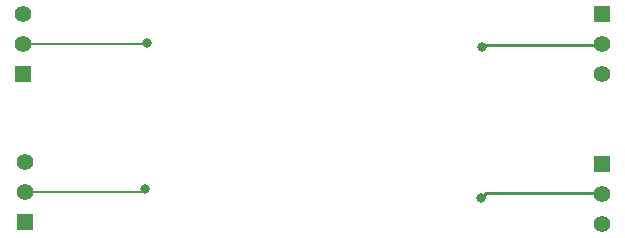
<source format=gbr>
%TF.GenerationSoftware,KiCad,Pcbnew,(6.0.8-1)-1*%
%TF.CreationDate,2023-06-07T12:03:49-04:00*%
%TF.ProjectId,Ecal2.5x2.5cm,4563616c-322e-4357-9832-2e35636d2e6b,rev?*%
%TF.SameCoordinates,Original*%
%TF.FileFunction,Copper,L2,Bot*%
%TF.FilePolarity,Positive*%
%FSLAX46Y46*%
G04 Gerber Fmt 4.6, Leading zero omitted, Abs format (unit mm)*
G04 Created by KiCad (PCBNEW (6.0.8-1)-1) date 2023-06-07 12:03:49*
%MOMM*%
%LPD*%
G01*
G04 APERTURE LIST*
%TA.AperFunction,ComponentPad*%
%ADD10R,1.397000X1.397000*%
%TD*%
%TA.AperFunction,ComponentPad*%
%ADD11C,1.397000*%
%TD*%
%TA.AperFunction,ViaPad*%
%ADD12C,0.800000*%
%TD*%
%TA.AperFunction,Conductor*%
%ADD13C,0.200000*%
%TD*%
%TA.AperFunction,Conductor*%
%ADD14C,0.250000*%
%TD*%
G04 APERTURE END LIST*
D10*
%TO.P,REF\u002A\u002A,1*%
%TO.N,N/C*%
X136949900Y-66312500D03*
D11*
%TO.P,REF\u002A\u002A,2*%
X136949900Y-68852500D03*
%TO.P,REF\u002A\u002A,3*%
X136949900Y-71392500D03*
%TD*%
%TO.P,REF\u002A\u002A,3*%
%TO.N,N/C*%
X136949900Y-58692500D03*
%TO.P,REF\u002A\u002A,2*%
X136949900Y-56152500D03*
D10*
%TO.P,REF\u002A\u002A,1*%
X136949900Y-53612500D03*
%TD*%
%TO.P,REF\u002A\u002A,1*%
%TO.N,N/C*%
X88100000Y-71200000D03*
D11*
%TO.P,REF\u002A\u002A,2*%
X88100000Y-68660000D03*
%TO.P,REF\u002A\u002A,3*%
X88100000Y-66120000D03*
%TD*%
D10*
%TO.P,REF\u002A\u002A,1*%
%TO.N,N/C*%
X87950100Y-58687500D03*
D11*
%TO.P,REF\u002A\u002A,2*%
X87950100Y-56147500D03*
%TO.P,REF\u002A\u002A,3*%
X87950100Y-53607500D03*
%TD*%
D12*
%TO.N,*%
X126700000Y-69200000D03*
X126800000Y-56400000D03*
X98300000Y-68400000D03*
X98400000Y-56100000D03*
%TD*%
D13*
%TO.N,*%
X98400000Y-56100000D02*
X98352500Y-56147500D01*
X98352500Y-56147500D02*
X87950100Y-56147500D01*
X98300000Y-68400000D02*
X98040000Y-68660000D01*
X98040000Y-68660000D02*
X88100000Y-68660000D01*
D14*
X127135000Y-68765000D02*
X126700000Y-69200000D01*
X136499800Y-68765000D02*
X127135000Y-68765000D01*
X126947500Y-56252500D02*
X126800000Y-56400000D01*
X136349900Y-56252500D02*
X126947500Y-56252500D01*
%TD*%
M02*

</source>
